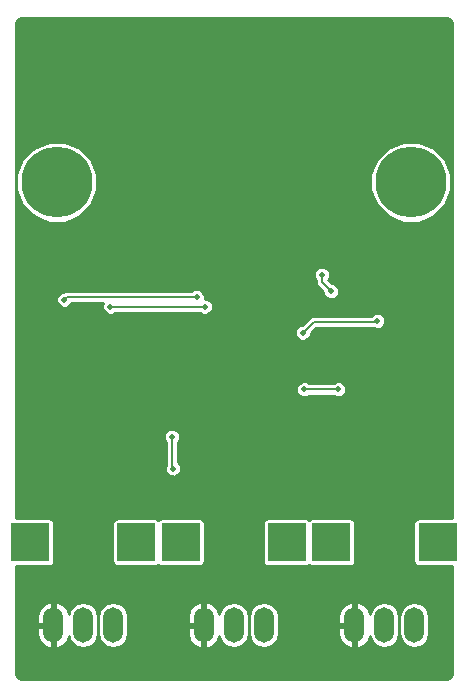
<source format=gbr>
%TF.GenerationSoftware,KiCad,Pcbnew,4.0.7-e2-6376~58~ubuntu16.04.1*%
%TF.CreationDate,2018-10-07T23:02:28+08:00*%
%TF.ProjectId,DVDBreakOut,445644427265616B4F75742E6B696361,rev?*%
%TF.FileFunction,Copper,L2,Bot,Signal*%
%FSLAX46Y46*%
G04 Gerber Fmt 4.6, Leading zero omitted, Abs format (unit mm)*
G04 Created by KiCad (PCBNEW 4.0.7-e2-6376~58~ubuntu16.04.1) date Sun Oct  7 23:02:28 2018*
%MOMM*%
%LPD*%
G01*
G04 APERTURE LIST*
%ADD10C,0.100000*%
%ADD11C,6.000000*%
%ADD12R,3.200000X3.200000*%
%ADD13O,1.676400X3.000000*%
%ADD14C,0.500000*%
%ADD15C,0.200000*%
%ADD16C,0.254000*%
G04 APERTURE END LIST*
D10*
D11*
X84250000Y-60750000D03*
X114250000Y-60750000D03*
D12*
X82000000Y-91250000D03*
X91000000Y-91250000D03*
D13*
X89040000Y-98250000D03*
X86500000Y-98250000D03*
X83960000Y-98250000D03*
X96710000Y-98250000D03*
X99250000Y-98250000D03*
X101790000Y-98250000D03*
D12*
X103750000Y-91250000D03*
X94750000Y-91250000D03*
D13*
X109460000Y-98250000D03*
X112000000Y-98250000D03*
X114540000Y-98250000D03*
D12*
X116500000Y-91250000D03*
X107500000Y-91250000D03*
D14*
X96100000Y-70500000D03*
X84900000Y-70700000D03*
X104400000Y-71000000D03*
X88300000Y-77900000D03*
X116400000Y-75700000D03*
X115400000Y-81300000D03*
X91700000Y-73000000D03*
X94000000Y-82300000D03*
X94100000Y-85000000D03*
X106700000Y-68600000D03*
X107500000Y-70000000D03*
X105100000Y-73500000D03*
X111400000Y-72500000D03*
X96800000Y-71300000D03*
X88800000Y-71300000D03*
X105200000Y-78300000D03*
X108100000Y-78300000D03*
D15*
X85100000Y-70500000D02*
X96100000Y-70500000D01*
X84900000Y-70700000D02*
X85100000Y-70500000D01*
X88200000Y-77800000D02*
X88200000Y-77600000D01*
X88300000Y-77900000D02*
X88200000Y-77800000D01*
X94000000Y-84900000D02*
X94000000Y-82300000D01*
X94100000Y-85000000D02*
X94000000Y-84900000D01*
X106700000Y-69200000D02*
X106700000Y-68600000D01*
X107500000Y-70000000D02*
X106700000Y-69200000D01*
X106000000Y-72600000D02*
X105100000Y-73500000D01*
X111300000Y-72600000D02*
X106000000Y-72600000D01*
X111400000Y-72500000D02*
X111300000Y-72600000D01*
X88800000Y-71300000D02*
X96800000Y-71300000D01*
X108100000Y-78300000D02*
X105200000Y-78300000D01*
D16*
G36*
X117286569Y-46868164D02*
X117395261Y-46901755D01*
X117493458Y-46954946D01*
X117579242Y-47025667D01*
X117649939Y-47111421D01*
X117703116Y-47209633D01*
X117736720Y-47318330D01*
X117751042Y-47461259D01*
X117751042Y-89214635D01*
X114900000Y-89214635D01*
X114741763Y-89244409D01*
X114596433Y-89337927D01*
X114498936Y-89480619D01*
X114464635Y-89650000D01*
X114464635Y-92850000D01*
X114494409Y-93008237D01*
X114587927Y-93153567D01*
X114730619Y-93251064D01*
X114900000Y-93285365D01*
X117751042Y-93285365D01*
X117751042Y-102205521D01*
X117736720Y-102348450D01*
X117703116Y-102457147D01*
X117649939Y-102555359D01*
X117579242Y-102641113D01*
X117493458Y-102711834D01*
X117395261Y-102765025D01*
X117286569Y-102798616D01*
X117143624Y-102812960D01*
X81399417Y-102812960D01*
X81256473Y-102798616D01*
X81147779Y-102765025D01*
X81049581Y-102711833D01*
X80963795Y-102641110D01*
X80893104Y-102555362D01*
X80839932Y-102457159D01*
X80806332Y-102348459D01*
X80792009Y-102205521D01*
X80792009Y-98377000D01*
X82594800Y-98377000D01*
X82594800Y-99038800D01*
X82747320Y-99551572D01*
X83084460Y-99966945D01*
X83554893Y-100221682D01*
X83621925Y-100234478D01*
X83833000Y-100138694D01*
X83833000Y-98377000D01*
X82594800Y-98377000D01*
X80792009Y-98377000D01*
X80792009Y-97461200D01*
X82594800Y-97461200D01*
X82594800Y-98123000D01*
X83833000Y-98123000D01*
X83833000Y-96361306D01*
X84087000Y-96361306D01*
X84087000Y-98123000D01*
X84107000Y-98123000D01*
X84107000Y-98377000D01*
X84087000Y-98377000D01*
X84087000Y-100138694D01*
X84298075Y-100234478D01*
X84365107Y-100221682D01*
X84835540Y-99966945D01*
X85172680Y-99551572D01*
X85281666Y-99185162D01*
X85331108Y-99433723D01*
X85605369Y-99844183D01*
X86015829Y-100118444D01*
X86500000Y-100214752D01*
X86984171Y-100118444D01*
X87394631Y-99844183D01*
X87668892Y-99433723D01*
X87765200Y-98949552D01*
X87765200Y-97550448D01*
X87774800Y-97550448D01*
X87774800Y-98949552D01*
X87871108Y-99433723D01*
X88145369Y-99844183D01*
X88555829Y-100118444D01*
X89040000Y-100214752D01*
X89524171Y-100118444D01*
X89934631Y-99844183D01*
X90208892Y-99433723D01*
X90305200Y-98949552D01*
X90305200Y-98377000D01*
X95344800Y-98377000D01*
X95344800Y-99038800D01*
X95497320Y-99551572D01*
X95834460Y-99966945D01*
X96304893Y-100221682D01*
X96371925Y-100234478D01*
X96583000Y-100138694D01*
X96583000Y-98377000D01*
X95344800Y-98377000D01*
X90305200Y-98377000D01*
X90305200Y-97550448D01*
X90287448Y-97461200D01*
X95344800Y-97461200D01*
X95344800Y-98123000D01*
X96583000Y-98123000D01*
X96583000Y-96361306D01*
X96837000Y-96361306D01*
X96837000Y-98123000D01*
X96857000Y-98123000D01*
X96857000Y-98377000D01*
X96837000Y-98377000D01*
X96837000Y-100138694D01*
X97048075Y-100234478D01*
X97115107Y-100221682D01*
X97585540Y-99966945D01*
X97922680Y-99551572D01*
X98031666Y-99185162D01*
X98081108Y-99433723D01*
X98355369Y-99844183D01*
X98765829Y-100118444D01*
X99250000Y-100214752D01*
X99734171Y-100118444D01*
X100144631Y-99844183D01*
X100418892Y-99433723D01*
X100515200Y-98949552D01*
X100515200Y-97550448D01*
X100524800Y-97550448D01*
X100524800Y-98949552D01*
X100621108Y-99433723D01*
X100895369Y-99844183D01*
X101305829Y-100118444D01*
X101790000Y-100214752D01*
X102274171Y-100118444D01*
X102684631Y-99844183D01*
X102958892Y-99433723D01*
X103055200Y-98949552D01*
X103055200Y-98377000D01*
X108094800Y-98377000D01*
X108094800Y-99038800D01*
X108247320Y-99551572D01*
X108584460Y-99966945D01*
X109054893Y-100221682D01*
X109121925Y-100234478D01*
X109333000Y-100138694D01*
X109333000Y-98377000D01*
X108094800Y-98377000D01*
X103055200Y-98377000D01*
X103055200Y-97550448D01*
X103037448Y-97461200D01*
X108094800Y-97461200D01*
X108094800Y-98123000D01*
X109333000Y-98123000D01*
X109333000Y-96361306D01*
X109587000Y-96361306D01*
X109587000Y-98123000D01*
X109607000Y-98123000D01*
X109607000Y-98377000D01*
X109587000Y-98377000D01*
X109587000Y-100138694D01*
X109798075Y-100234478D01*
X109865107Y-100221682D01*
X110335540Y-99966945D01*
X110672680Y-99551572D01*
X110781666Y-99185162D01*
X110831108Y-99433723D01*
X111105369Y-99844183D01*
X111515829Y-100118444D01*
X112000000Y-100214752D01*
X112484171Y-100118444D01*
X112894631Y-99844183D01*
X113168892Y-99433723D01*
X113265200Y-98949552D01*
X113265200Y-97550448D01*
X113274800Y-97550448D01*
X113274800Y-98949552D01*
X113371108Y-99433723D01*
X113645369Y-99844183D01*
X114055829Y-100118444D01*
X114540000Y-100214752D01*
X115024171Y-100118444D01*
X115434631Y-99844183D01*
X115708892Y-99433723D01*
X115805200Y-98949552D01*
X115805200Y-97550448D01*
X115708892Y-97066277D01*
X115434631Y-96655817D01*
X115024171Y-96381556D01*
X114540000Y-96285248D01*
X114055829Y-96381556D01*
X113645369Y-96655817D01*
X113371108Y-97066277D01*
X113274800Y-97550448D01*
X113265200Y-97550448D01*
X113168892Y-97066277D01*
X112894631Y-96655817D01*
X112484171Y-96381556D01*
X112000000Y-96285248D01*
X111515829Y-96381556D01*
X111105369Y-96655817D01*
X110831108Y-97066277D01*
X110781666Y-97314838D01*
X110672680Y-96948428D01*
X110335540Y-96533055D01*
X109865107Y-96278318D01*
X109798075Y-96265522D01*
X109587000Y-96361306D01*
X109333000Y-96361306D01*
X109121925Y-96265522D01*
X109054893Y-96278318D01*
X108584460Y-96533055D01*
X108247320Y-96948428D01*
X108094800Y-97461200D01*
X103037448Y-97461200D01*
X102958892Y-97066277D01*
X102684631Y-96655817D01*
X102274171Y-96381556D01*
X101790000Y-96285248D01*
X101305829Y-96381556D01*
X100895369Y-96655817D01*
X100621108Y-97066277D01*
X100524800Y-97550448D01*
X100515200Y-97550448D01*
X100418892Y-97066277D01*
X100144631Y-96655817D01*
X99734171Y-96381556D01*
X99250000Y-96285248D01*
X98765829Y-96381556D01*
X98355369Y-96655817D01*
X98081108Y-97066277D01*
X98031666Y-97314838D01*
X97922680Y-96948428D01*
X97585540Y-96533055D01*
X97115107Y-96278318D01*
X97048075Y-96265522D01*
X96837000Y-96361306D01*
X96583000Y-96361306D01*
X96371925Y-96265522D01*
X96304893Y-96278318D01*
X95834460Y-96533055D01*
X95497320Y-96948428D01*
X95344800Y-97461200D01*
X90287448Y-97461200D01*
X90208892Y-97066277D01*
X89934631Y-96655817D01*
X89524171Y-96381556D01*
X89040000Y-96285248D01*
X88555829Y-96381556D01*
X88145369Y-96655817D01*
X87871108Y-97066277D01*
X87774800Y-97550448D01*
X87765200Y-97550448D01*
X87668892Y-97066277D01*
X87394631Y-96655817D01*
X86984171Y-96381556D01*
X86500000Y-96285248D01*
X86015829Y-96381556D01*
X85605369Y-96655817D01*
X85331108Y-97066277D01*
X85281666Y-97314838D01*
X85172680Y-96948428D01*
X84835540Y-96533055D01*
X84365107Y-96278318D01*
X84298075Y-96265522D01*
X84087000Y-96361306D01*
X83833000Y-96361306D01*
X83621925Y-96265522D01*
X83554893Y-96278318D01*
X83084460Y-96533055D01*
X82747320Y-96948428D01*
X82594800Y-97461200D01*
X80792009Y-97461200D01*
X80792009Y-93285365D01*
X83600000Y-93285365D01*
X83758237Y-93255591D01*
X83903567Y-93162073D01*
X84001064Y-93019381D01*
X84035365Y-92850000D01*
X84035365Y-89650000D01*
X88964635Y-89650000D01*
X88964635Y-92850000D01*
X88994409Y-93008237D01*
X89087927Y-93153567D01*
X89230619Y-93251064D01*
X89400000Y-93285365D01*
X92600000Y-93285365D01*
X92758237Y-93255591D01*
X92876174Y-93179700D01*
X92980619Y-93251064D01*
X93150000Y-93285365D01*
X96350000Y-93285365D01*
X96508237Y-93255591D01*
X96653567Y-93162073D01*
X96751064Y-93019381D01*
X96785365Y-92850000D01*
X96785365Y-89650000D01*
X101714635Y-89650000D01*
X101714635Y-92850000D01*
X101744409Y-93008237D01*
X101837927Y-93153567D01*
X101980619Y-93251064D01*
X102150000Y-93285365D01*
X105350000Y-93285365D01*
X105508237Y-93255591D01*
X105626174Y-93179700D01*
X105730619Y-93251064D01*
X105900000Y-93285365D01*
X109100000Y-93285365D01*
X109258237Y-93255591D01*
X109403567Y-93162073D01*
X109501064Y-93019381D01*
X109535365Y-92850000D01*
X109535365Y-89650000D01*
X109505591Y-89491763D01*
X109412073Y-89346433D01*
X109269381Y-89248936D01*
X109100000Y-89214635D01*
X105900000Y-89214635D01*
X105741763Y-89244409D01*
X105623826Y-89320300D01*
X105519381Y-89248936D01*
X105350000Y-89214635D01*
X102150000Y-89214635D01*
X101991763Y-89244409D01*
X101846433Y-89337927D01*
X101748936Y-89480619D01*
X101714635Y-89650000D01*
X96785365Y-89650000D01*
X96755591Y-89491763D01*
X96662073Y-89346433D01*
X96519381Y-89248936D01*
X96350000Y-89214635D01*
X93150000Y-89214635D01*
X92991763Y-89244409D01*
X92873826Y-89320300D01*
X92769381Y-89248936D01*
X92600000Y-89214635D01*
X89400000Y-89214635D01*
X89241763Y-89244409D01*
X89096433Y-89337927D01*
X88998936Y-89480619D01*
X88964635Y-89650000D01*
X84035365Y-89650000D01*
X84005591Y-89491763D01*
X83912073Y-89346433D01*
X83769381Y-89248936D01*
X83600000Y-89214635D01*
X80792009Y-89214635D01*
X80792009Y-82434073D01*
X93322883Y-82434073D01*
X93425733Y-82682989D01*
X93473000Y-82730338D01*
X93473000Y-84744617D01*
X93423118Y-84864746D01*
X93422883Y-85134073D01*
X93525733Y-85382989D01*
X93716010Y-85573598D01*
X93964746Y-85676882D01*
X94234073Y-85677117D01*
X94482989Y-85574267D01*
X94673598Y-85383990D01*
X94776882Y-85135254D01*
X94777117Y-84865927D01*
X94674267Y-84617011D01*
X94527000Y-84469487D01*
X94527000Y-82730507D01*
X94573598Y-82683990D01*
X94676882Y-82435254D01*
X94677117Y-82165927D01*
X94574267Y-81917011D01*
X94383990Y-81726402D01*
X94135254Y-81623118D01*
X93865927Y-81622883D01*
X93617011Y-81725733D01*
X93426402Y-81916010D01*
X93323118Y-82164746D01*
X93322883Y-82434073D01*
X80792009Y-82434073D01*
X80792009Y-78434073D01*
X104522883Y-78434073D01*
X104625733Y-78682989D01*
X104816010Y-78873598D01*
X105064746Y-78976882D01*
X105334073Y-78977117D01*
X105582989Y-78874267D01*
X105630338Y-78827000D01*
X107669493Y-78827000D01*
X107716010Y-78873598D01*
X107964746Y-78976882D01*
X108234073Y-78977117D01*
X108482989Y-78874267D01*
X108673598Y-78683990D01*
X108776882Y-78435254D01*
X108777117Y-78165927D01*
X108674267Y-77917011D01*
X108483990Y-77726402D01*
X108235254Y-77623118D01*
X107965927Y-77622883D01*
X107717011Y-77725733D01*
X107669662Y-77773000D01*
X105630507Y-77773000D01*
X105583990Y-77726402D01*
X105335254Y-77623118D01*
X105065927Y-77622883D01*
X104817011Y-77725733D01*
X104626402Y-77916010D01*
X104523118Y-78164746D01*
X104522883Y-78434073D01*
X80792009Y-78434073D01*
X80792009Y-73634073D01*
X104422883Y-73634073D01*
X104525733Y-73882989D01*
X104716010Y-74073598D01*
X104964746Y-74176882D01*
X105234073Y-74177117D01*
X105482989Y-74074267D01*
X105673598Y-73883990D01*
X105776882Y-73635254D01*
X105776940Y-73568350D01*
X106218290Y-73127000D01*
X111144617Y-73127000D01*
X111264746Y-73176882D01*
X111534073Y-73177117D01*
X111782989Y-73074267D01*
X111973598Y-72883990D01*
X112076882Y-72635254D01*
X112077117Y-72365927D01*
X111974267Y-72117011D01*
X111783990Y-71926402D01*
X111535254Y-71823118D01*
X111265927Y-71822883D01*
X111017011Y-71925733D01*
X110869487Y-72073000D01*
X106000000Y-72073000D01*
X105831785Y-72106460D01*
X105798325Y-72113115D01*
X105627355Y-72227355D01*
X105031770Y-72822940D01*
X104965927Y-72822883D01*
X104717011Y-72925733D01*
X104526402Y-73116010D01*
X104423118Y-73364746D01*
X104422883Y-73634073D01*
X80792009Y-73634073D01*
X80792009Y-70834073D01*
X84222883Y-70834073D01*
X84325733Y-71082989D01*
X84516010Y-71273598D01*
X84764746Y-71376882D01*
X85034073Y-71377117D01*
X85282989Y-71274267D01*
X85473598Y-71083990D01*
X85497262Y-71027000D01*
X88180315Y-71027000D01*
X88123118Y-71164746D01*
X88122883Y-71434073D01*
X88225733Y-71682989D01*
X88416010Y-71873598D01*
X88664746Y-71976882D01*
X88934073Y-71977117D01*
X89182989Y-71874267D01*
X89230338Y-71827000D01*
X96369493Y-71827000D01*
X96416010Y-71873598D01*
X96664746Y-71976882D01*
X96934073Y-71977117D01*
X97182989Y-71874267D01*
X97373598Y-71683990D01*
X97476882Y-71435254D01*
X97477117Y-71165927D01*
X97374267Y-70917011D01*
X97183990Y-70726402D01*
X96935254Y-70623118D01*
X96776893Y-70622980D01*
X96777117Y-70365927D01*
X96674267Y-70117011D01*
X96483990Y-69926402D01*
X96235254Y-69823118D01*
X95965927Y-69822883D01*
X95717011Y-69925733D01*
X95669662Y-69973000D01*
X85100000Y-69973000D01*
X84898326Y-70013115D01*
X84883554Y-70022986D01*
X84765927Y-70022883D01*
X84517011Y-70125733D01*
X84326402Y-70316010D01*
X84223118Y-70564746D01*
X84222883Y-70834073D01*
X80792009Y-70834073D01*
X80792009Y-68734073D01*
X106022883Y-68734073D01*
X106125733Y-68982989D01*
X106173000Y-69030338D01*
X106173000Y-69200000D01*
X106213115Y-69401675D01*
X106327355Y-69572645D01*
X106822940Y-70068230D01*
X106822883Y-70134073D01*
X106925733Y-70382989D01*
X107116010Y-70573598D01*
X107364746Y-70676882D01*
X107634073Y-70677117D01*
X107882989Y-70574267D01*
X108073598Y-70383990D01*
X108176882Y-70135254D01*
X108177117Y-69865927D01*
X108074267Y-69617011D01*
X107883990Y-69426402D01*
X107635254Y-69323118D01*
X107568350Y-69323060D01*
X107251420Y-69006130D01*
X107273598Y-68983990D01*
X107376882Y-68735254D01*
X107377117Y-68465927D01*
X107274267Y-68217011D01*
X107083990Y-68026402D01*
X106835254Y-67923118D01*
X106565927Y-67922883D01*
X106317011Y-68025733D01*
X106126402Y-68216010D01*
X106023118Y-68464746D01*
X106022883Y-68734073D01*
X80792009Y-68734073D01*
X80792009Y-61428682D01*
X80822406Y-61428682D01*
X81343037Y-62688704D01*
X82306226Y-63653575D01*
X83565337Y-64176404D01*
X84928682Y-64177594D01*
X86188704Y-63656963D01*
X87153575Y-62693774D01*
X87676404Y-61434663D01*
X87676409Y-61428682D01*
X110822406Y-61428682D01*
X111343037Y-62688704D01*
X112306226Y-63653575D01*
X113565337Y-64176404D01*
X114928682Y-64177594D01*
X116188704Y-63656963D01*
X117153575Y-62693774D01*
X117676404Y-61434663D01*
X117677594Y-60071318D01*
X117156963Y-58811296D01*
X116193774Y-57846425D01*
X114934663Y-57323596D01*
X113571318Y-57322406D01*
X112311296Y-57843037D01*
X111346425Y-58806226D01*
X110823596Y-60065337D01*
X110822406Y-61428682D01*
X87676409Y-61428682D01*
X87677594Y-60071318D01*
X87156963Y-58811296D01*
X86193774Y-57846425D01*
X84934663Y-57323596D01*
X83571318Y-57322406D01*
X82311296Y-57843037D01*
X81346425Y-58806226D01*
X80823596Y-60065337D01*
X80822406Y-61428682D01*
X80792009Y-61428682D01*
X80792009Y-47461259D01*
X80806332Y-47318321D01*
X80839932Y-47209621D01*
X80893104Y-47111418D01*
X80963795Y-47025670D01*
X81049581Y-46954947D01*
X81147779Y-46901755D01*
X81256473Y-46868164D01*
X81399417Y-46853820D01*
X117143624Y-46853820D01*
X117286569Y-46868164D01*
X117286569Y-46868164D01*
G37*
X117286569Y-46868164D02*
X117395261Y-46901755D01*
X117493458Y-46954946D01*
X117579242Y-47025667D01*
X117649939Y-47111421D01*
X117703116Y-47209633D01*
X117736720Y-47318330D01*
X117751042Y-47461259D01*
X117751042Y-89214635D01*
X114900000Y-89214635D01*
X114741763Y-89244409D01*
X114596433Y-89337927D01*
X114498936Y-89480619D01*
X114464635Y-89650000D01*
X114464635Y-92850000D01*
X114494409Y-93008237D01*
X114587927Y-93153567D01*
X114730619Y-93251064D01*
X114900000Y-93285365D01*
X117751042Y-93285365D01*
X117751042Y-102205521D01*
X117736720Y-102348450D01*
X117703116Y-102457147D01*
X117649939Y-102555359D01*
X117579242Y-102641113D01*
X117493458Y-102711834D01*
X117395261Y-102765025D01*
X117286569Y-102798616D01*
X117143624Y-102812960D01*
X81399417Y-102812960D01*
X81256473Y-102798616D01*
X81147779Y-102765025D01*
X81049581Y-102711833D01*
X80963795Y-102641110D01*
X80893104Y-102555362D01*
X80839932Y-102457159D01*
X80806332Y-102348459D01*
X80792009Y-102205521D01*
X80792009Y-98377000D01*
X82594800Y-98377000D01*
X82594800Y-99038800D01*
X82747320Y-99551572D01*
X83084460Y-99966945D01*
X83554893Y-100221682D01*
X83621925Y-100234478D01*
X83833000Y-100138694D01*
X83833000Y-98377000D01*
X82594800Y-98377000D01*
X80792009Y-98377000D01*
X80792009Y-97461200D01*
X82594800Y-97461200D01*
X82594800Y-98123000D01*
X83833000Y-98123000D01*
X83833000Y-96361306D01*
X84087000Y-96361306D01*
X84087000Y-98123000D01*
X84107000Y-98123000D01*
X84107000Y-98377000D01*
X84087000Y-98377000D01*
X84087000Y-100138694D01*
X84298075Y-100234478D01*
X84365107Y-100221682D01*
X84835540Y-99966945D01*
X85172680Y-99551572D01*
X85281666Y-99185162D01*
X85331108Y-99433723D01*
X85605369Y-99844183D01*
X86015829Y-100118444D01*
X86500000Y-100214752D01*
X86984171Y-100118444D01*
X87394631Y-99844183D01*
X87668892Y-99433723D01*
X87765200Y-98949552D01*
X87765200Y-97550448D01*
X87774800Y-97550448D01*
X87774800Y-98949552D01*
X87871108Y-99433723D01*
X88145369Y-99844183D01*
X88555829Y-100118444D01*
X89040000Y-100214752D01*
X89524171Y-100118444D01*
X89934631Y-99844183D01*
X90208892Y-99433723D01*
X90305200Y-98949552D01*
X90305200Y-98377000D01*
X95344800Y-98377000D01*
X95344800Y-99038800D01*
X95497320Y-99551572D01*
X95834460Y-99966945D01*
X96304893Y-100221682D01*
X96371925Y-100234478D01*
X96583000Y-100138694D01*
X96583000Y-98377000D01*
X95344800Y-98377000D01*
X90305200Y-98377000D01*
X90305200Y-97550448D01*
X90287448Y-97461200D01*
X95344800Y-97461200D01*
X95344800Y-98123000D01*
X96583000Y-98123000D01*
X96583000Y-96361306D01*
X96837000Y-96361306D01*
X96837000Y-98123000D01*
X96857000Y-98123000D01*
X96857000Y-98377000D01*
X96837000Y-98377000D01*
X96837000Y-100138694D01*
X97048075Y-100234478D01*
X97115107Y-100221682D01*
X97585540Y-99966945D01*
X97922680Y-99551572D01*
X98031666Y-99185162D01*
X98081108Y-99433723D01*
X98355369Y-99844183D01*
X98765829Y-100118444D01*
X99250000Y-100214752D01*
X99734171Y-100118444D01*
X100144631Y-99844183D01*
X100418892Y-99433723D01*
X100515200Y-98949552D01*
X100515200Y-97550448D01*
X100524800Y-97550448D01*
X100524800Y-98949552D01*
X100621108Y-99433723D01*
X100895369Y-99844183D01*
X101305829Y-100118444D01*
X101790000Y-100214752D01*
X102274171Y-100118444D01*
X102684631Y-99844183D01*
X102958892Y-99433723D01*
X103055200Y-98949552D01*
X103055200Y-98377000D01*
X108094800Y-98377000D01*
X108094800Y-99038800D01*
X108247320Y-99551572D01*
X108584460Y-99966945D01*
X109054893Y-100221682D01*
X109121925Y-100234478D01*
X109333000Y-100138694D01*
X109333000Y-98377000D01*
X108094800Y-98377000D01*
X103055200Y-98377000D01*
X103055200Y-97550448D01*
X103037448Y-97461200D01*
X108094800Y-97461200D01*
X108094800Y-98123000D01*
X109333000Y-98123000D01*
X109333000Y-96361306D01*
X109587000Y-96361306D01*
X109587000Y-98123000D01*
X109607000Y-98123000D01*
X109607000Y-98377000D01*
X109587000Y-98377000D01*
X109587000Y-100138694D01*
X109798075Y-100234478D01*
X109865107Y-100221682D01*
X110335540Y-99966945D01*
X110672680Y-99551572D01*
X110781666Y-99185162D01*
X110831108Y-99433723D01*
X111105369Y-99844183D01*
X111515829Y-100118444D01*
X112000000Y-100214752D01*
X112484171Y-100118444D01*
X112894631Y-99844183D01*
X113168892Y-99433723D01*
X113265200Y-98949552D01*
X113265200Y-97550448D01*
X113274800Y-97550448D01*
X113274800Y-98949552D01*
X113371108Y-99433723D01*
X113645369Y-99844183D01*
X114055829Y-100118444D01*
X114540000Y-100214752D01*
X115024171Y-100118444D01*
X115434631Y-99844183D01*
X115708892Y-99433723D01*
X115805200Y-98949552D01*
X115805200Y-97550448D01*
X115708892Y-97066277D01*
X115434631Y-96655817D01*
X115024171Y-96381556D01*
X114540000Y-96285248D01*
X114055829Y-96381556D01*
X113645369Y-96655817D01*
X113371108Y-97066277D01*
X113274800Y-97550448D01*
X113265200Y-97550448D01*
X113168892Y-97066277D01*
X112894631Y-96655817D01*
X112484171Y-96381556D01*
X112000000Y-96285248D01*
X111515829Y-96381556D01*
X111105369Y-96655817D01*
X110831108Y-97066277D01*
X110781666Y-97314838D01*
X110672680Y-96948428D01*
X110335540Y-96533055D01*
X109865107Y-96278318D01*
X109798075Y-96265522D01*
X109587000Y-96361306D01*
X109333000Y-96361306D01*
X109121925Y-96265522D01*
X109054893Y-96278318D01*
X108584460Y-96533055D01*
X108247320Y-96948428D01*
X108094800Y-97461200D01*
X103037448Y-97461200D01*
X102958892Y-97066277D01*
X102684631Y-96655817D01*
X102274171Y-96381556D01*
X101790000Y-96285248D01*
X101305829Y-96381556D01*
X100895369Y-96655817D01*
X100621108Y-97066277D01*
X100524800Y-97550448D01*
X100515200Y-97550448D01*
X100418892Y-97066277D01*
X100144631Y-96655817D01*
X99734171Y-96381556D01*
X99250000Y-96285248D01*
X98765829Y-96381556D01*
X98355369Y-96655817D01*
X98081108Y-97066277D01*
X98031666Y-97314838D01*
X97922680Y-96948428D01*
X97585540Y-96533055D01*
X97115107Y-96278318D01*
X97048075Y-96265522D01*
X96837000Y-96361306D01*
X96583000Y-96361306D01*
X96371925Y-96265522D01*
X96304893Y-96278318D01*
X95834460Y-96533055D01*
X95497320Y-96948428D01*
X95344800Y-97461200D01*
X90287448Y-97461200D01*
X90208892Y-97066277D01*
X89934631Y-96655817D01*
X89524171Y-96381556D01*
X89040000Y-96285248D01*
X88555829Y-96381556D01*
X88145369Y-96655817D01*
X87871108Y-97066277D01*
X87774800Y-97550448D01*
X87765200Y-97550448D01*
X87668892Y-97066277D01*
X87394631Y-96655817D01*
X86984171Y-96381556D01*
X86500000Y-96285248D01*
X86015829Y-96381556D01*
X85605369Y-96655817D01*
X85331108Y-97066277D01*
X85281666Y-97314838D01*
X85172680Y-96948428D01*
X84835540Y-96533055D01*
X84365107Y-96278318D01*
X84298075Y-96265522D01*
X84087000Y-96361306D01*
X83833000Y-96361306D01*
X83621925Y-96265522D01*
X83554893Y-96278318D01*
X83084460Y-96533055D01*
X82747320Y-96948428D01*
X82594800Y-97461200D01*
X80792009Y-97461200D01*
X80792009Y-93285365D01*
X83600000Y-93285365D01*
X83758237Y-93255591D01*
X83903567Y-93162073D01*
X84001064Y-93019381D01*
X84035365Y-92850000D01*
X84035365Y-89650000D01*
X88964635Y-89650000D01*
X88964635Y-92850000D01*
X88994409Y-93008237D01*
X89087927Y-93153567D01*
X89230619Y-93251064D01*
X89400000Y-93285365D01*
X92600000Y-93285365D01*
X92758237Y-93255591D01*
X92876174Y-93179700D01*
X92980619Y-93251064D01*
X93150000Y-93285365D01*
X96350000Y-93285365D01*
X96508237Y-93255591D01*
X96653567Y-93162073D01*
X96751064Y-93019381D01*
X96785365Y-92850000D01*
X96785365Y-89650000D01*
X101714635Y-89650000D01*
X101714635Y-92850000D01*
X101744409Y-93008237D01*
X101837927Y-93153567D01*
X101980619Y-93251064D01*
X102150000Y-93285365D01*
X105350000Y-93285365D01*
X105508237Y-93255591D01*
X105626174Y-93179700D01*
X105730619Y-93251064D01*
X105900000Y-93285365D01*
X109100000Y-93285365D01*
X109258237Y-93255591D01*
X109403567Y-93162073D01*
X109501064Y-93019381D01*
X109535365Y-92850000D01*
X109535365Y-89650000D01*
X109505591Y-89491763D01*
X109412073Y-89346433D01*
X109269381Y-89248936D01*
X109100000Y-89214635D01*
X105900000Y-89214635D01*
X105741763Y-89244409D01*
X105623826Y-89320300D01*
X105519381Y-89248936D01*
X105350000Y-89214635D01*
X102150000Y-89214635D01*
X101991763Y-89244409D01*
X101846433Y-89337927D01*
X101748936Y-89480619D01*
X101714635Y-89650000D01*
X96785365Y-89650000D01*
X96755591Y-89491763D01*
X96662073Y-89346433D01*
X96519381Y-89248936D01*
X96350000Y-89214635D01*
X93150000Y-89214635D01*
X92991763Y-89244409D01*
X92873826Y-89320300D01*
X92769381Y-89248936D01*
X92600000Y-89214635D01*
X89400000Y-89214635D01*
X89241763Y-89244409D01*
X89096433Y-89337927D01*
X88998936Y-89480619D01*
X88964635Y-89650000D01*
X84035365Y-89650000D01*
X84005591Y-89491763D01*
X83912073Y-89346433D01*
X83769381Y-89248936D01*
X83600000Y-89214635D01*
X80792009Y-89214635D01*
X80792009Y-82434073D01*
X93322883Y-82434073D01*
X93425733Y-82682989D01*
X93473000Y-82730338D01*
X93473000Y-84744617D01*
X93423118Y-84864746D01*
X93422883Y-85134073D01*
X93525733Y-85382989D01*
X93716010Y-85573598D01*
X93964746Y-85676882D01*
X94234073Y-85677117D01*
X94482989Y-85574267D01*
X94673598Y-85383990D01*
X94776882Y-85135254D01*
X94777117Y-84865927D01*
X94674267Y-84617011D01*
X94527000Y-84469487D01*
X94527000Y-82730507D01*
X94573598Y-82683990D01*
X94676882Y-82435254D01*
X94677117Y-82165927D01*
X94574267Y-81917011D01*
X94383990Y-81726402D01*
X94135254Y-81623118D01*
X93865927Y-81622883D01*
X93617011Y-81725733D01*
X93426402Y-81916010D01*
X93323118Y-82164746D01*
X93322883Y-82434073D01*
X80792009Y-82434073D01*
X80792009Y-78434073D01*
X104522883Y-78434073D01*
X104625733Y-78682989D01*
X104816010Y-78873598D01*
X105064746Y-78976882D01*
X105334073Y-78977117D01*
X105582989Y-78874267D01*
X105630338Y-78827000D01*
X107669493Y-78827000D01*
X107716010Y-78873598D01*
X107964746Y-78976882D01*
X108234073Y-78977117D01*
X108482989Y-78874267D01*
X108673598Y-78683990D01*
X108776882Y-78435254D01*
X108777117Y-78165927D01*
X108674267Y-77917011D01*
X108483990Y-77726402D01*
X108235254Y-77623118D01*
X107965927Y-77622883D01*
X107717011Y-77725733D01*
X107669662Y-77773000D01*
X105630507Y-77773000D01*
X105583990Y-77726402D01*
X105335254Y-77623118D01*
X105065927Y-77622883D01*
X104817011Y-77725733D01*
X104626402Y-77916010D01*
X104523118Y-78164746D01*
X104522883Y-78434073D01*
X80792009Y-78434073D01*
X80792009Y-73634073D01*
X104422883Y-73634073D01*
X104525733Y-73882989D01*
X104716010Y-74073598D01*
X104964746Y-74176882D01*
X105234073Y-74177117D01*
X105482989Y-74074267D01*
X105673598Y-73883990D01*
X105776882Y-73635254D01*
X105776940Y-73568350D01*
X106218290Y-73127000D01*
X111144617Y-73127000D01*
X111264746Y-73176882D01*
X111534073Y-73177117D01*
X111782989Y-73074267D01*
X111973598Y-72883990D01*
X112076882Y-72635254D01*
X112077117Y-72365927D01*
X111974267Y-72117011D01*
X111783990Y-71926402D01*
X111535254Y-71823118D01*
X111265927Y-71822883D01*
X111017011Y-71925733D01*
X110869487Y-72073000D01*
X106000000Y-72073000D01*
X105831785Y-72106460D01*
X105798325Y-72113115D01*
X105627355Y-72227355D01*
X105031770Y-72822940D01*
X104965927Y-72822883D01*
X104717011Y-72925733D01*
X104526402Y-73116010D01*
X104423118Y-73364746D01*
X104422883Y-73634073D01*
X80792009Y-73634073D01*
X80792009Y-70834073D01*
X84222883Y-70834073D01*
X84325733Y-71082989D01*
X84516010Y-71273598D01*
X84764746Y-71376882D01*
X85034073Y-71377117D01*
X85282989Y-71274267D01*
X85473598Y-71083990D01*
X85497262Y-71027000D01*
X88180315Y-71027000D01*
X88123118Y-71164746D01*
X88122883Y-71434073D01*
X88225733Y-71682989D01*
X88416010Y-71873598D01*
X88664746Y-71976882D01*
X88934073Y-71977117D01*
X89182989Y-71874267D01*
X89230338Y-71827000D01*
X96369493Y-71827000D01*
X96416010Y-71873598D01*
X96664746Y-71976882D01*
X96934073Y-71977117D01*
X97182989Y-71874267D01*
X97373598Y-71683990D01*
X97476882Y-71435254D01*
X97477117Y-71165927D01*
X97374267Y-70917011D01*
X97183990Y-70726402D01*
X96935254Y-70623118D01*
X96776893Y-70622980D01*
X96777117Y-70365927D01*
X96674267Y-70117011D01*
X96483990Y-69926402D01*
X96235254Y-69823118D01*
X95965927Y-69822883D01*
X95717011Y-69925733D01*
X95669662Y-69973000D01*
X85100000Y-69973000D01*
X84898326Y-70013115D01*
X84883554Y-70022986D01*
X84765927Y-70022883D01*
X84517011Y-70125733D01*
X84326402Y-70316010D01*
X84223118Y-70564746D01*
X84222883Y-70834073D01*
X80792009Y-70834073D01*
X80792009Y-68734073D01*
X106022883Y-68734073D01*
X106125733Y-68982989D01*
X106173000Y-69030338D01*
X106173000Y-69200000D01*
X106213115Y-69401675D01*
X106327355Y-69572645D01*
X106822940Y-70068230D01*
X106822883Y-70134073D01*
X106925733Y-70382989D01*
X107116010Y-70573598D01*
X107364746Y-70676882D01*
X107634073Y-70677117D01*
X107882989Y-70574267D01*
X108073598Y-70383990D01*
X108176882Y-70135254D01*
X108177117Y-69865927D01*
X108074267Y-69617011D01*
X107883990Y-69426402D01*
X107635254Y-69323118D01*
X107568350Y-69323060D01*
X107251420Y-69006130D01*
X107273598Y-68983990D01*
X107376882Y-68735254D01*
X107377117Y-68465927D01*
X107274267Y-68217011D01*
X107083990Y-68026402D01*
X106835254Y-67923118D01*
X106565927Y-67922883D01*
X106317011Y-68025733D01*
X106126402Y-68216010D01*
X106023118Y-68464746D01*
X106022883Y-68734073D01*
X80792009Y-68734073D01*
X80792009Y-61428682D01*
X80822406Y-61428682D01*
X81343037Y-62688704D01*
X82306226Y-63653575D01*
X83565337Y-64176404D01*
X84928682Y-64177594D01*
X86188704Y-63656963D01*
X87153575Y-62693774D01*
X87676404Y-61434663D01*
X87676409Y-61428682D01*
X110822406Y-61428682D01*
X111343037Y-62688704D01*
X112306226Y-63653575D01*
X113565337Y-64176404D01*
X114928682Y-64177594D01*
X116188704Y-63656963D01*
X117153575Y-62693774D01*
X117676404Y-61434663D01*
X117677594Y-60071318D01*
X117156963Y-58811296D01*
X116193774Y-57846425D01*
X114934663Y-57323596D01*
X113571318Y-57322406D01*
X112311296Y-57843037D01*
X111346425Y-58806226D01*
X110823596Y-60065337D01*
X110822406Y-61428682D01*
X87676409Y-61428682D01*
X87677594Y-60071318D01*
X87156963Y-58811296D01*
X86193774Y-57846425D01*
X84934663Y-57323596D01*
X83571318Y-57322406D01*
X82311296Y-57843037D01*
X81346425Y-58806226D01*
X80823596Y-60065337D01*
X80822406Y-61428682D01*
X80792009Y-61428682D01*
X80792009Y-47461259D01*
X80806332Y-47318321D01*
X80839932Y-47209621D01*
X80893104Y-47111418D01*
X80963795Y-47025670D01*
X81049581Y-46954947D01*
X81147779Y-46901755D01*
X81256473Y-46868164D01*
X81399417Y-46853820D01*
X117143624Y-46853820D01*
X117286569Y-46868164D01*
M02*

</source>
